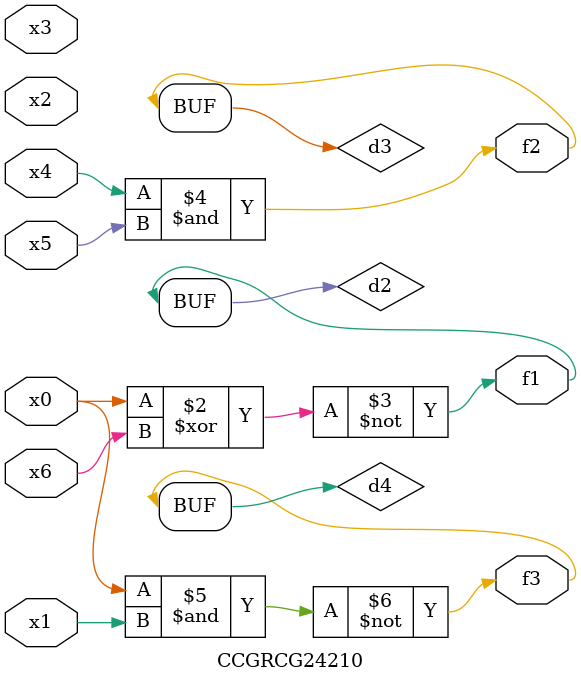
<source format=v>
module CCGRCG24210(
	input x0, x1, x2, x3, x4, x5, x6,
	output f1, f2, f3
);

	wire d1, d2, d3, d4;

	nor (d1, x0);
	xnor (d2, x0, x6);
	and (d3, x4, x5);
	nand (d4, x0, x1);
	assign f1 = d2;
	assign f2 = d3;
	assign f3 = d4;
endmodule

</source>
